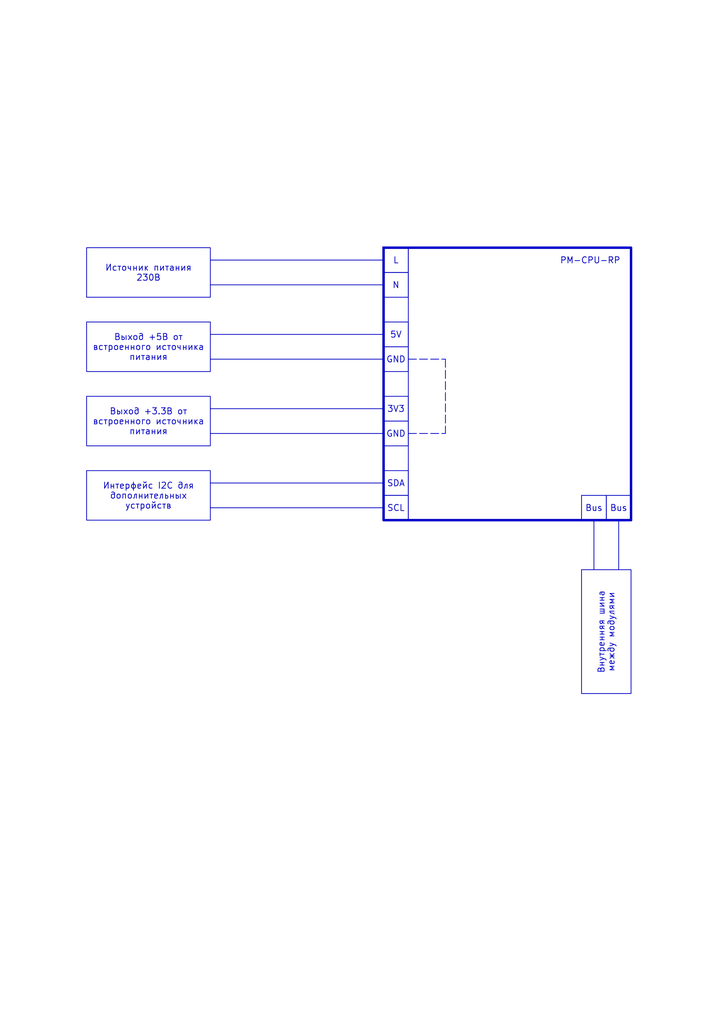
<source format=kicad_sch>
(kicad_sch
	(version 20250114)
	(generator "eeschema")
	(generator_version "9.0")
	(uuid "3a6e3c4e-4c65-4ec1-9427-766f29c1c200")
	(paper "A5" portrait)
	(title_block
		(title "Схема внешних подключений")
		(date "2024-07-11")
	)
	(lib_symbols)
	(rectangle
		(start 78.74 50.8)
		(end 83.82 106.68)
		(stroke
			(width 0)
			(type default)
		)
		(fill
			(type none)
		)
		(uuid d17adebf-2279-4410-9521-90d859ce72b2)
	)
	(rectangle
		(start 78.74 50.8)
		(end 129.54 106.68)
		(stroke
			(width 0.5)
			(type default)
		)
		(fill
			(type none)
		)
		(uuid d3b8bbf1-1637-473e-a36b-d464f3d8983a)
	)
	(text "PM-CPU-RP"
		(exclude_from_sim no)
		(at 121.158 53.594 0)
		(effects
			(font
				(size 1.27 1.27)
			)
		)
		(uuid "821789ee-f87d-47c3-afc3-c310fcd6c4e1")
	)
	(text_box "Интерфейс I2C для дополнительных устройств"
		(exclude_from_sim no)
		(at 17.78 96.52 0)
		(size 25.4 10.16)
		(margins 0.9525 0.9525 0.9525 0.9525)
		(stroke
			(width 0)
			(type default)
		)
		(fill
			(type none)
		)
		(effects
			(font
				(size 1.27 1.27)
			)
		)
		(uuid "3bf72595-feff-42e4-8d28-5ee084611349")
	)
	(text_box "Внутренняя шина между модулями"
		(exclude_from_sim no)
		(at 119.38 116.84 90)
		(size 10.16 25.4)
		(margins 0.9525 0.9525 0.9525 0.9525)
		(stroke
			(width 0)
			(type default)
		)
		(fill
			(type none)
		)
		(effects
			(font
				(size 1.27 1.27)
			)
		)
		(uuid "3ea5165b-72ba-4808-9063-88cc60899f1b")
	)
	(text_box "3V3"
		(exclude_from_sim no)
		(at 78.74 81.28 0)
		(size 5.08 5.08)
		(margins 0.9525 0.9525 0.9525 0.9525)
		(stroke
			(width 0)
			(type default)
		)
		(fill
			(type none)
		)
		(effects
			(font
				(size 1.27 1.27)
			)
		)
		(uuid "457c42d1-20c4-455d-b310-377d9a0eee79")
	)
	(text_box "N"
		(exclude_from_sim no)
		(at 78.74 55.88 0)
		(size 5.08 5.08)
		(margins 0.9525 0.9525 0.9525 0.9525)
		(stroke
			(width 0)
			(type default)
		)
		(fill
			(type none)
		)
		(effects
			(font
				(size 1.27 1.27)
			)
		)
		(uuid "51733f6e-4aca-474e-864d-8ceba3106a5a")
	)
	(text_box "L"
		(exclude_from_sim no)
		(at 78.74 50.8 0)
		(size 5.08 5.08)
		(margins 0.9525 0.9525 0.9525 0.9525)
		(stroke
			(width 0)
			(type default)
		)
		(fill
			(type none)
		)
		(effects
			(font
				(size 1.27 1.27)
			)
		)
		(uuid "59f25555-6434-4dfd-8eee-593457fd9233")
	)
	(text_box "Выход +5В от встроенного источника питания"
		(exclude_from_sim no)
		(at 17.78 66.04 0)
		(size 25.4 10.16)
		(margins 0.9525 0.9525 0.9525 0.9525)
		(stroke
			(width 0)
			(type default)
		)
		(fill
			(type none)
		)
		(effects
			(font
				(size 1.27 1.27)
			)
		)
		(uuid "6384ffe3-063d-4161-bbc6-5d5cd4ed8b59")
	)
	(text_box "5V"
		(exclude_from_sim no)
		(at 78.74 66.04 0)
		(size 5.08 5.08)
		(margins 0.9525 0.9525 0.9525 0.9525)
		(stroke
			(width 0)
			(type default)
		)
		(fill
			(type none)
		)
		(effects
			(font
				(size 1.27 1.27)
			)
		)
		(uuid "6ba97f35-e8ce-487d-ac03-1ccbc79202c6")
	)
	(text_box "SCL"
		(exclude_from_sim no)
		(at 78.74 101.6 0)
		(size 5.08 5.08)
		(margins 0.9525 0.9525 0.9525 0.9525)
		(stroke
			(width 0)
			(type default)
		)
		(fill
			(type none)
		)
		(effects
			(font
				(size 1.27 1.27)
			)
		)
		(uuid "81e0f66f-7c6f-4289-8e55-fc6d07b94930")
	)
	(text_box "GND"
		(exclude_from_sim no)
		(at 78.74 71.12 0)
		(size 5.08 5.08)
		(margins 0.9525 0.9525 0.9525 0.9525)
		(stroke
			(width 0)
			(type default)
		)
		(fill
			(type none)
		)
		(effects
			(font
				(size 1.27 1.27)
			)
		)
		(uuid "88119d20-e4e0-4ac2-8005-ee8faec1f6d0")
	)
	(text_box "Bus"
		(exclude_from_sim no)
		(at 119.38 101.6 0)
		(size 5.08 5.08)
		(margins 0.9525 0.9525 0.9525 0.9525)
		(stroke
			(width 0)
			(type default)
		)
		(fill
			(type none)
		)
		(effects
			(font
				(size 1.27 1.27)
			)
		)
		(uuid "96df44db-9b25-4971-83ec-fe7d4ea300df")
	)
	(text_box "GND"
		(exclude_from_sim no)
		(at 78.74 86.36 0)
		(size 5.08 5.08)
		(margins 0.9525 0.9525 0.9525 0.9525)
		(stroke
			(width 0)
			(type default)
		)
		(fill
			(type none)
		)
		(effects
			(font
				(size 1.27 1.27)
			)
		)
		(uuid "a627ffdf-d34c-4dd3-a7ea-d114a3f9685c")
	)
	(text_box "Bus"
		(exclude_from_sim no)
		(at 124.46 101.6 0)
		(size 5.08 5.08)
		(margins 0.9525 0.9525 0.9525 0.9525)
		(stroke
			(width 0)
			(type default)
		)
		(fill
			(type none)
		)
		(effects
			(font
				(size 1.27 1.27)
			)
		)
		(uuid "e61601bd-c4f3-47c4-b94c-8c32bbd89bad")
	)
	(text_box "Источник питания 230В"
		(exclude_from_sim no)
		(at 17.78 50.8 0)
		(size 25.4 10.16)
		(margins 0.9525 0.9525 0.9525 0.9525)
		(stroke
			(width 0)
			(type default)
		)
		(fill
			(type none)
		)
		(effects
			(font
				(size 1.27 1.27)
			)
		)
		(uuid "ee1e2b10-c547-4d7e-9113-eaec9f2ebcbd")
	)
	(text_box "SDA"
		(exclude_from_sim no)
		(at 78.74 96.52 0)
		(size 5.08 5.08)
		(margins 0.9525 0.9525 0.9525 0.9525)
		(stroke
			(width 0)
			(type default)
		)
		(fill
			(type none)
		)
		(effects
			(font
				(size 1.27 1.27)
			)
		)
		(uuid "f59841f2-0d3f-43f5-b1f7-e704ba158933")
	)
	(text_box "Выход +3.3В от встроенного источника питания"
		(exclude_from_sim no)
		(at 17.78 81.28 0)
		(size 25.4 10.16)
		(margins 0.9525 0.9525 0.9525 0.9525)
		(stroke
			(width 0)
			(type default)
		)
		(fill
			(type none)
		)
		(effects
			(font
				(size 1.27 1.27)
			)
		)
		(uuid "f76c2b35-0210-444c-ad2d-2ab6ed6f17df")
	)
	(polyline
		(pts
			(xy 43.18 68.58) (xy 78.74 68.58)
		)
		(stroke
			(width 0)
			(type default)
		)
		(uuid "254a7f64-ee5d-4fec-b723-40674630a8c4")
	)
	(polyline
		(pts
			(xy 83.82 88.9) (xy 91.44 88.9)
		)
		(stroke
			(width 0)
			(type dash)
		)
		(uuid "2f10e824-9521-4f8e-b31b-917bf205c2ae")
	)
	(polyline
		(pts
			(xy 43.18 99.06) (xy 78.74 99.06)
		)
		(stroke
			(width 0)
			(type default)
		)
		(uuid "5dc9447b-a230-41e9-a776-419b077afc59")
	)
	(polyline
		(pts
			(xy 43.18 73.66) (xy 78.74 73.66)
		)
		(stroke
			(width 0)
			(type default)
		)
		(uuid "6606ab7c-c500-4b17-b6ed-af73bcd4a096")
	)
	(polyline
		(pts
			(xy 127 106.68) (xy 127 116.84)
		)
		(stroke
			(width 0)
			(type default)
		)
		(uuid "86d41aec-7832-4225-936b-e999ae16601a")
	)
	(polyline
		(pts
			(xy 43.18 83.82) (xy 78.74 83.82)
		)
		(stroke
			(width 0)
			(type default)
		)
		(uuid "8efbcac9-4fd6-4340-8432-22e14872cc0c")
	)
	(polyline
		(pts
			(xy 121.92 106.68) (xy 121.92 116.84)
		)
		(stroke
			(width 0)
			(type default)
		)
		(uuid "c039f98e-40dc-416f-9ffa-80c071ff9863")
	)
	(polyline
		(pts
			(xy 43.18 58.42) (xy 78.74 58.42)
		)
		(stroke
			(width 0)
			(type default)
		)
		(uuid "c857fb64-449e-46f4-a192-62bd99bfbb8b")
	)
	(polyline
		(pts
			(xy 91.44 73.66) (xy 91.44 88.9)
		)
		(stroke
			(width 0)
			(type dash)
		)
		(uuid "cbb4e00a-9859-44e7-b33b-f29262f0d96a")
	)
	(polyline
		(pts
			(xy 83.82 73.66) (xy 91.44 73.66)
		)
		(stroke
			(width 0)
			(type dash)
		)
		(uuid "cf3eb5e2-3131-429f-967d-f389b09db812")
	)
	(polyline
		(pts
			(xy 43.18 88.9) (xy 78.74 88.9)
		)
		(stroke
			(width 0)
			(type default)
		)
		(uuid "e733db7e-2f40-48e3-b072-2dc90a1ed4f9")
	)
	(polyline
		(pts
			(xy 43.18 104.14) (xy 78.74 104.14)
		)
		(stroke
			(width 0)
			(type default)
		)
		(uuid "f839aec8-a551-4d92-88af-0936a7719a85")
	)
	(polyline
		(pts
			(xy 43.18 53.34) (xy 78.74 53.34)
		)
		(stroke
			(width 0)
			(type default)
		)
		(uuid "f8a2fb43-80aa-46b2-9e4b-a50af9e59e92")
	)
)

</source>
